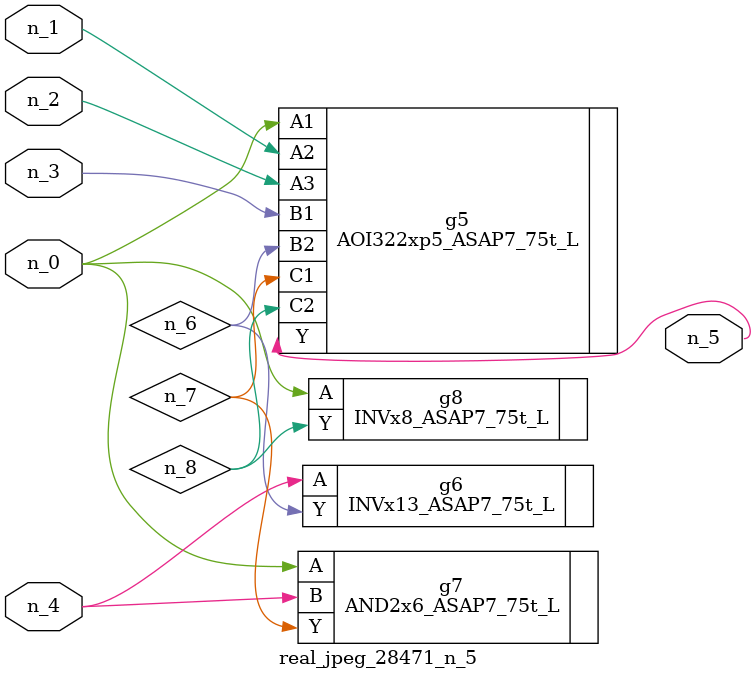
<source format=v>
module real_jpeg_28471_n_5 (n_4, n_0, n_1, n_2, n_3, n_5);

input n_4;
input n_0;
input n_1;
input n_2;
input n_3;

output n_5;

wire n_8;
wire n_6;
wire n_7;

AOI322xp5_ASAP7_75t_L g5 ( 
.A1(n_0),
.A2(n_1),
.A3(n_2),
.B1(n_3),
.B2(n_6),
.C1(n_7),
.C2(n_8),
.Y(n_5)
);

AND2x6_ASAP7_75t_L g7 ( 
.A(n_0),
.B(n_4),
.Y(n_7)
);

INVx8_ASAP7_75t_L g8 ( 
.A(n_0),
.Y(n_8)
);

INVx13_ASAP7_75t_L g6 ( 
.A(n_4),
.Y(n_6)
);


endmodule
</source>
